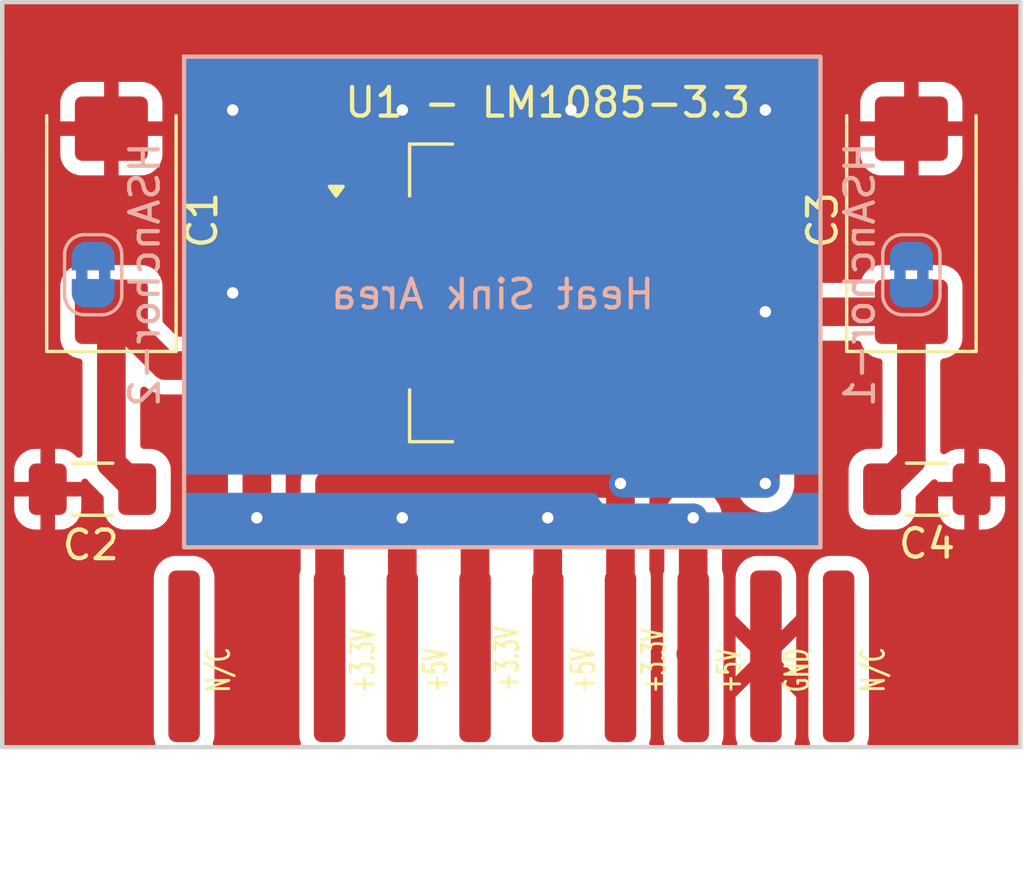
<source format=kicad_pcb>
(kicad_pcb (version 20240108) (generator "pcbnew") (generator_version "8.0")
  (layers (0 "F.Cu" signal) (31 "B.Cu" signal) (34 "B.Paste" user) (35 "F.Paste" user) (36 "B.SilkS" user "B.Silkscreen") (37 "F.SilkS" user "F.Silkscreen") (38 "B.Mask" user) (39 "F.Mask" user) (44 "Edge.Cuts" user))
  (net 0 "")
  (net 1 "+5V")
  (net 2 "GND")
  (net 3 "+3.3V")
  (footprint "Capacitor_Tantalum_SMD:CP_EIA-7343-31_Kemet-D_Pad2.25x2.55mm_HandSolder" (layer "F.Cu") (at 137.16 101.6 90)
    (property "Reference" "C1" (at 0 3.175 90) (layer "F.SilkS"))
    (property "Value" "CP1")
    (fp_line (start 3.65 -2.26) (end -4.585 -2.26) (stroke (width 0.12)) (layer "F.SilkS"))
    (fp_line (start -4.585 -2.26) (end -4.585 2.26) (stroke (width 0.12)) (layer "F.SilkS"))
    (fp_line (start -4.585 2.26) (end 3.65 2.26) (stroke (width 0.12)) (layer "F.SilkS"))
    (pad "1" smd roundrect (at -3.2 0 90) (size 2.25 2.55) (layers "F.Cu" "F.Paste" "F.Mask") (roundrect_rratio 0.111111) (net 1 "+5V"))
    (pad "2" smd roundrect (at 3.2 0 90) (size 2.25 2.55) (layers "F.Cu" "F.Paste" "F.Mask") (roundrect_rratio 0.111111) (net 2 "GND"))
  )
  (footprint "Capacitor_SMD:C_1206_3216Metric_Pad1.33x1.80mm_HandSolder" (layer "F.Cu") (at 136.5 111 180)
    (property "Reference" "C2" (at 0.059206 -1.953798 180) (layer "F.SilkS"))
    (property "Value" "C")
    (fp_line (start -0.711252 0.91) (end 0.711252 0.91) (stroke (width 0.12)) (layer "F.SilkS"))
    (fp_line (start -0.711252 -0.91) (end 0.711252 -0.91) (stroke (width 0.12)) (layer "F.SilkS"))
    (pad "1" smd roundrect (at -1.5625 0 180) (size 1.325 1.8) (layers "F.Cu" "F.Paste" "F.Mask") (roundrect_rratio 0.188679) (net 1 "+5V"))
    (pad "2" smd roundrect (at 1.5625 0 180) (size 1.325 1.8) (layers "F.Cu" "F.Paste" "F.Mask") (roundrect_rratio 0.188679) (net 2 "GND"))
  )
  (footprint "Capacitor_Tantalum_SMD:CP_EIA-7343-31_Kemet-D_Pad2.25x2.55mm_HandSolder" (layer "F.Cu") (at 165.1 101.6 90)
    (property "Reference" "C3" (at 0 -3.1 90) (layer "F.SilkS"))
    (property "Value" "CP1")
    (fp_line (start 3.65 -2.26) (end -4.585 -2.26) (stroke (width 0.12)) (layer "F.SilkS"))
    (fp_line (start -4.585 -2.26) (end -4.585 2.26) (stroke (width 0.12)) (layer "F.SilkS"))
    (fp_line (start -4.585 2.26) (end 3.65 2.26) (stroke (width 0.12)) (layer "F.SilkS"))
    (pad "1" smd roundrect (at -3.2 0 90) (size 2.25 2.55) (layers "F.Cu" "F.Paste" "F.Mask") (roundrect_rratio 0.111111) (net 3 "+3.3V"))
    (pad "2" smd roundrect (at 3.2 0 90) (size 2.25 2.55) (layers "F.Cu" "F.Paste" "F.Mask") (roundrect_rratio 0.111111) (net 2 "GND"))
  )
  (footprint "Capacitor_SMD:C_1206_3216Metric_Pad1.33x1.80mm_HandSolder" (layer "F.Cu") (at 165.64 111)
    (property "Reference" "C4" (at 0.001801 1.903321 0) (layer "F.SilkS"))
    (property "Value" "C")
    (fp_line (start -0.711252 -0.91) (end 0.711252 -0.91) (stroke (width 0.12)) (layer "F.SilkS"))
    (fp_line (start -0.711252 0.91) (end 0.711252 0.91) (stroke (width 0.12)) (layer "F.SilkS"))
    (pad "1" smd roundrect (at -1.5625 0) (size 1.325 1.8) (layers "F.Cu" "F.Paste" "F.Mask") (roundrect_rratio 0.188679) (net 3 "+3.3V"))
    (pad "2" smd roundrect (at 1.5625 0) (size 1.325 1.8) (layers "F.Cu" "F.Paste" "F.Mask") (roundrect_rratio 0.188679) (net 2 "GND"))
  )
  (footprint "Lacuna-VRM:VRM_Edge_Conn" (layer "F.Cu") (at 157.48 124.46)
    (property "Reference" "VRMEdgeConn" (hide yes))
    (property "Value" "VRM_Edge_Conn" (hide yes))
    (pad "VC1" smd roundrect (at -17.78 -7.62) (size 1.1 6) (layers "F.Cu" "F.Paste" "F.Mask"))
    (pad "VC2" smd roundrect (at -12.7 -7.62) (size 1.1 6) (layers "F.Cu" "F.Paste" "F.Mask") (net 3 "+3.3V"))
    (pad "VC3" smd roundrect (at -10.16 -7.62) (size 1.1 6) (layers "F.Cu" "F.Paste" "F.Mask") (net 1 "+5V"))
    (pad "VC4" smd roundrect (at -7.62 -7.62) (size 1.1 6) (layers "F.Cu" "F.Paste" "F.Mask") (net 3 "+3.3V"))
    (pad "VC5" smd roundrect (at -5.08 -7.62) (size 1.1 6) (layers "F.Cu" "F.Paste" "F.Mask") (net 1 "+5V"))
    (pad "VC6" smd roundrect (at -2.54 -7.62) (size 1.1 6) (layers "F.Cu" "F.Paste" "F.Mask") (net 3 "+3.3V"))
    (pad "VC7" smd roundrect (at 0 -7.62) (size 1.1 6) (layers "F.Cu" "F.Paste" "F.Mask") (net 1 "+5V"))
    (pad "VC8" smd roundrect (at 2.54 -7.62) (size 1.1 6) (layers "F.Cu" "F.Paste" "F.Mask") (net 2 "GND"))
    (pad "VC9" smd roundrect (at 5.08 -7.62) (size 1.1 6) (layers "F.Cu" "F.Paste" "F.Mask"))
  )
  (footprint "Package_TO_SOT_SMD:TO-263-3_TabPin2" (layer "F.Cu") (at 152.4 104.14)
    (property "Reference" "U1 - LM1085-3.3" (at 0 -6.65 0) (layer "F.SilkS"))
    (property "Value" "LM1085-3.3")
    (fp_line (start -4.825 -5.2) (end -4.825 -3.39) (stroke (width 0.12)) (layer "F.SilkS"))
    (fp_line (start -4.825 5.2) (end -4.825 3.39) (stroke (width 0.12)) (layer "F.SilkS"))
    (fp_line (start -3.325 -5.2) (end -4.825 -5.2) (stroke (width 0.12)) (layer "F.SilkS"))
    (fp_line (start -3.325 5.2) (end -4.825 5.2) (stroke (width 0.12)) (layer "F.SilkS"))
    (fp_poly (pts (xy -7.3875 -3.39) (xy -7.6275 -3.72) (xy -7.1475 -3.72) (xy -7.3875 -3.39)) (stroke (width 0.12)) (fill solid) (layer "F.SilkS"))
    (pad "1" smd roundrect (at -7.65 -2.54) (size 4.6 1.1) (layers "F.Cu" "F.Paste" "F.Mask") (roundrect_rratio 0.227273) (net 2 "GND"))
    (pad "2" smd roundrect (at -7.65 0) (size 4.6 1.1) (layers "F.Cu" "F.Paste" "F.Mask") (roundrect_rratio 0.227273) (net 3 "+3.3V"))
    (pad "2" smd roundrect (at -0.925 -2.775) (size 4.55 5.25) (layers "F.Cu" "F.Paste") (roundrect_rratio 0.054945) (net 3 "+3.3V"))
    (pad "2" smd roundrect (at -0.925 2.775) (size 4.55 5.25) (layers "F.Cu" "F.Paste") (roundrect_rratio 0.054945) (net 3 "+3.3V"))
    (pad "2" smd roundrect (at 1.5 0) (size 9.4 10.8) (layers "F.Cu" "F.Mask") (roundrect_rratio 0.026596) (net 3 "+3.3V"))
    (pad "2" smd roundrect (at 3.925 -2.775) (size 4.55 5.25) (layers "F.Cu" "F.Paste") (roundrect_rratio 0.054945) (net 3 "+3.3V"))
    (pad "2" smd roundrect (at 3.925 2.775) (size 4.55 5.25) (layers "F.Cu" "F.Paste") (roundrect_rratio 0.054945) (net 3 "+3.3V"))
    (pad "3" smd roundrect (at -7.65 2.54) (size 4.6 1.1) (layers "F.Cu" "F.Paste" "F.Mask") (roundrect_rratio 0.227273) (net 1 "+5V"))
  )
  (footprint "Jumper:SolderJumper-2_P1.3mm_Bridged2Bar_RoundedPad1.0x1.5mm" (layer "B.Cu") (at 165.1 103.505 -90)
    (property "Reference" "HSAnchor-1" (at 0 1.8 -90) (layer "B.SilkS") (effects (justify mirror)))
    (property "Value" "SolderJumper-2_P1.3mm_Bridged2Bar_RoundedPad1.0x1.5mm" (hide yes))
    (fp_poly (pts (xy -0.25 0.6) (xy 0.25 0.6) (xy 0.25 0.2) (xy -0.25 0.2)) (fill solid) (layer "B.Cu"))
    (fp_poly (pts (xy -0.25 -0.2) (xy 0.25 -0.2) (xy 0.25 -0.6) (xy -0.25 -0.6)) (fill solid) (layer "B.Cu"))
    (fp_line (start 0.7 1) (end -0.7 1) (stroke (width 0.12)) (layer "B.SilkS"))
    (fp_line (start -1.4 0.3) (end -1.4 -0.3) (stroke (width 0.12)) (layer "B.SilkS"))
    (fp_line (start 1.4 -0.3) (end 1.4 0.3) (stroke (width 0.12)) (layer "B.SilkS"))
    (fp_line (start -0.7 -1) (end 0.7 -1) (stroke (width 0.12)) (layer "B.SilkS"))
    (fp_arc (start -0.7 1) (mid -1.194975 0.794975) (end -1.4 0.3) (stroke (width 0.12)) (layer "B.SilkS"))
    (fp_arc (start 1.4 0.3) (mid 1.194975 0.794975) (end 0.7 1) (stroke (width 0.12)) (layer "B.SilkS"))
    (fp_arc (start -1.4 -0.3) (mid -1.194975 -0.794975) (end -0.7 -1) (stroke (width 0.12)) (layer "B.SilkS"))
    (fp_arc (start 0.7 -1) (mid 1.194975 -0.794975) (end 1.4 -0.3) (stroke (width 0.12)) (layer "B.SilkS"))
    (pad "1" smd custom (at -0.65 0 270) (size 1 0.5) (layers "B.Cu" "B.Mask") (options (clearance outline) (anchor rect)) (primitives (gr_circle (center 0 -0.25) (end 0.5 -0.25) (width 0) (fill yes)) (gr_circle (center 0 0.25) (end 0.5 0.25) (width 0) (fill yes)) (gr_poly (pts (xy 0.5 -0.75) (xy 0 -0.75) (xy 0 0.75) (xy 0.5 0.75)) (width 0) (fill yes))))
    (pad "2" smd custom (at 0.65 0 270) (size 1 0.5) (layers "B.Cu" "B.Mask") (options (clearance outline) (anchor rect)) (primitives (gr_circle (center 0 -0.25) (end 0.5 -0.25) (width 0) (fill yes)) (gr_circle (center 0 0.25) (end 0.5 0.25) (width 0) (fill yes)) (gr_poly (pts (xy 0 -0.75) (xy -0.5 -0.75) (xy -0.5 0.75) (xy 0 0.75)) (width 0) (fill yes))))
  )
  (footprint "Jumper:SolderJumper-2_P1.3mm_Bridged2Bar_RoundedPad1.0x1.5mm" (layer "B.Cu") (at 136.525 103.505 90)
    (property "Reference" "HSAnchor-2" (at 0 1.8 90) (layer "B.SilkS") (effects (justify mirror)))
    (property "Value" "SolderJumper-2_P1.3mm_Bridged2Bar_RoundedPad1.0x1.5mm" (hide yes))
    (fp_poly (pts (xy -0.25 -0.2) (xy 0.25 -0.2) (xy 0.25 -0.6) (xy -0.25 -0.6)) (fill solid) (layer "B.Cu"))
    (fp_poly (pts (xy -0.25 0.6) (xy 0.25 0.6) (xy 0.25 0.2) (xy -0.25 0.2)) (fill solid) (layer "B.Cu"))
    (fp_line (start -0.7 -1) (end 0.7 -1) (stroke (width 0.12)) (layer "B.SilkS"))
    (fp_line (start 1.4 -0.3) (end 1.4 0.3) (stroke (width 0.12)) (layer "B.SilkS"))
    (fp_line (start -1.4 0.3) (end -1.4 -0.3) (stroke (width 0.12)) (layer "B.SilkS"))
    (fp_line (start 0.7 1) (end -0.7 1) (stroke (width 0.12)) (layer "B.SilkS"))
    (fp_arc (start 0.7 -1) (mid 1.194975 -0.794975) (end 1.4 -0.3) (stroke (width 0.12)) (layer "B.SilkS"))
    (fp_arc (start -1.4 -0.3) (mid -1.194975 -0.794975) (end -0.7 -1) (stroke (width 0.12)) (layer "B.SilkS"))
    (fp_arc (start 1.4 0.3) (mid 1.194975 0.794975) (end 0.7 1) (stroke (width 0.12)) (layer "B.SilkS"))
    (fp_arc (start -0.7 1) (mid -1.194975 0.794975) (end -1.4 0.3) (stroke (width 0.12)) (layer "B.SilkS"))
    (pad "1" smd custom (at -0.65 0 90) (size 1 0.5) (layers "B.Cu" "B.Mask") (options (clearance outline) (anchor rect)) (primitives (gr_circle (center 0 -0.25) (end 0.5 -0.25) (width 0) (fill yes)) (gr_circle (center 0 0.25) (end 0.5 0.25) (width 0) (fill yes)) (gr_poly (pts (xy 0.5 -0.75) (xy 0 -0.75) (xy 0 0.75) (xy 0.5 0.75)) (width 0) (fill yes))))
    (pad "2" smd custom (at 0.65 0 90) (size 1 0.5) (layers "B.Cu" "B.Mask") (options (clearance outline) (anchor rect)) (primitives (gr_circle (center 0 -0.25) (end 0.5 -0.25) (width 0) (fill yes)) (gr_circle (center 0 0.25) (end 0.5 0.25) (width 0) (fill yes)) (gr_poly (pts (xy 0 -0.75) (xy -0.5 -0.75) (xy -0.5 0.75) (xy 0 0.75)) (width 0) (fill yes))))
  )
  (gr_rect (start 139.7 95.885) (end 161.925 113.03) (stroke (width 0.15)) (fill none) (layer "B.SilkS"))
  (gr_line (start 133.350489 120.015) (end 133.349511 93.98) (stroke (width 0.15)) (layer "Edge.Cuts"))
  (gr_line (start 168.909511 93.98) (end 168.909755 120.015) (stroke (width 0.15)) (layer "Edge.Cuts"))
  (gr_line (start 168.909755 120.015) (end 133.350489 120.015) (stroke (width 0.15)) (layer "Edge.Cuts"))
  (gr_line (start 133.349511 93.98) (end 168.909511 93.98) (stroke (width 0.15)) (layer "Edge.Cuts"))
  (gr_text "Heat Sink Area" (at 156.21 104.775 0) (layer "B.SilkS") (effects (font (size 1 1)) (justify left bottom mirror)))
  (gr_text "+5V" (at 154.107782 118.15294 90) (layer "F.SilkS") (effects (font (size 0.8 0.5) (thickness 0.1)) (justify left bottom)))
  (gr_text "+3.3V" (at 146.410023 118.178179 90) (layer "F.SilkS") (effects (font (size 0.8 0.5) (thickness 0.1)) (justify left bottom)))
  (gr_text "+5V" (at 148.959117 118.15294 90) (layer "F.SilkS") (effects (font (size 0.8 0.5) (thickness 0.1)) (justify left bottom)))
  (gr_text "GND" (at 161.578394 118.15294 90) (layer "F.SilkS") (effects (font (size 0.8 0.5) (thickness 0.1)) (justify left bottom)))
  (gr_text "N/C" (at 141.362312 118.15294 90) (layer "F.SilkS") (effects (font (size 0.8 0.5) (thickness 0.1)) (justify left bottom)))
  (gr_text "+3.3V" (at 156.58116 118.178179 90) (layer "F.SilkS") (effects (font (size 0.8 0.5) (thickness 0.1)) (justify left bottom)))
  (gr_text "+5V" (at 159.20597 118.178179 90) (layer "F.SilkS") (effects (font (size 0.8 0.5) (thickness 0.1)) (justify left bottom)))
  (gr_text "+3.3V" (at 151.4475 118.11 90) (layer "F.SilkS") (effects (font (size 0.8 0.5) (thickness 0.1)) (justify left bottom)))
  (gr_text "N/C" (at 164.228442 118.15294 90) (layer "F.SilkS") (effects (font (size 0.8 0.5) (thickness 0.1)) (justify left bottom)))
  (segment (start 137.16 110.0975) (end 138.0625 111) (width 1) (layer "F.Cu") (net 1))
  (segment (start 139.04 106.68) (end 137.16 104.8) (width 1) (layer "F.Cu") (net 1))
  (segment (start 137.16 104.8) (end 137.16 110.0975) (width 1) (layer "F.Cu") (net 1))
  (segment (start 144.75 106.68) (end 142.24 106.68) (width 1) (layer "F.Cu") (net 1))
  (segment (start 157.48 116.84) (end 157.48 112) (width 1) (layer "F.Cu") (net 1))
  (segment (start 152.4 116.84) (end 152.4 112) (width 1) (layer "F.Cu") (net 1))
  (segment (start 142.24 106.68) (end 142.24 112) (width 1) (layer "F.Cu") (net 1))
  (segment (start 142.24 106.68) (end 139.04 106.68) (width 1) (layer "F.Cu") (net 1))
  (segment (start 157.395456 116.755456) (end 157.48 116.84) (width 1) (layer "F.Cu") (net 1))
  (segment (start 147.32 116.84) (end 147.32 112) (width 1) (layer "F.Cu") (net 1))
  (via (at 142.24 112) (size 0.6) (drill 0.4) (layers "F.Cu" "B.Cu") (net 1))
  (via (at 147.32 112) (size 0.6) (drill 0.4) (layers "F.Cu" "B.Cu") (net 1))
  (via (at 152.4 112) (size 0.6) (drill 0.4) (layers "F.Cu" "B.Cu") (net 1))
  (via (at 157.48 112) (size 0.6) (drill 0.4) (layers "F.Cu" "B.Cu") (net 1))
  (segment (start 157.48 112) (end 152.4 112) (width 1) (layer "B.Cu") (net 1))
  (segment (start 147.32 112) (end 142.24 112) (width 1) (layer "B.Cu") (net 1))
  (segment (start 152.4 112) (end 147.32 112) (width 1) (layer "B.Cu") (net 1))
  (segment (start 165.1 104.8) (end 165.1 109.9775) (width 1) (layer "F.Cu") (net 3))
  (segment (start 149.86 110.8) (end 144.78 110.8) (width 1) (layer "F.Cu") (net 3))
  (segment (start 144.78 110.8) (end 144.78 116.84) (width 1) (layer "F.Cu") (net 3))
  (segment (start 160.071486 104.8) (end 165.1 104.8) (width 1) (layer "F.Cu") (net 3))
  (segment (start 155.040626 110.793535) (end 156.325 109.378337) (width 1) (layer "F.Cu") (net 3))
  (segment (start 156.325 109.378337) (end 156.325 106.915) (width 1) (layer "F.Cu") (net 3))
  (segment (start 154.94 110.8) (end 154.94 116.8) (width 1) (layer "F.Cu") (net 3))
  (segment (start 165.1 109.9775) (end 164.0775 111) (width 1) (layer "F.Cu") (net 3))
  (segment (start 147.32 97.75) (end 141.397434 97.75) (width 1) (layer "F.Cu") (net 3))
  (segment (start 154.94 110.8) (end 149.86 110.8) (width 1) (layer "F.Cu") (net 3))
  (segment (start 153.209907 97.75) (end 159.960421 97.75) (width 1) (layer "F.Cu") (net 3))
  (segment (start 149.86 110.8) (end 149.86 116.84) (width 1) (layer "F.Cu") (net 3))
  (segment (start 141.397434 104.14) (end 144.75 104.14) (width 1) (layer "F.Cu") (net 3))
  (segment (start 160 104.8) (end 160 110.8) (width 1) (layer "F.Cu") (net 3))
  (via (at 160 104.8) (size 0.6) (drill 0.4) (layers "F.Cu" "B.Cu") (net 3))
  (via (at 154.94 110.8) (size 0.6) (drill 0.4) (layers "F.Cu" "B.Cu") (net 3))
  (via (at 160 97.75) (size 0.6) (drill 0.4) (layers "F.Cu" "B.Cu") (net 3))
  (via (at 160 110.8) (size 0.6) (drill 0.4) (layers "F.Cu" "B.Cu") (net 3))
  (via (at 141.397434 97.75) (size 0.6) (drill 0.4) (layers "F.Cu" "B.Cu") (net 3))
  (via (at 147.32 97.75) (size 0.6) (drill 0.4) (layers "F.Cu" "B.Cu") (net 3))
  (via (at 141.397434 104.14) (size 0.6) (drill 0.4) (layers "F.Cu" "B.Cu") (net 3))
  (via (at 153.209907 97.75) (size 0.6) (drill 0.4) (layers "F.Cu" "B.Cu") (net 3))
  (segment (start 147.32 97.75) (end 153.179217 97.75) (width 1) (layer "B.Cu") (net 3))
  (segment (start 141.397434 104.14) (end 141.397434 97.748652) (width 1) (layer "B.Cu") (net 3))
  (segment (start 160 104.688935) (end 160 97.779342) (width 1) (layer "B.Cu") (net 3))
  (segment (start 155.040626 110.8) (end 160 110.8) (width 1) (layer "B.Cu") (net 3))
  (zone (net 2) (net_name "GND") (layer "F.Cu") (connect_pads (clearance 0.508)) (min_thickness 0.254) (fill yes (thermal_gap 0.508) (thermal_bridge_width 0.508))
    (polygon (pts (xy 168.91 120.015) (xy 133.35 120.015) (xy 133.27 94) (xy 168.91 94)))
  )
  (zone (net 1) (net_name "+5V") (layer "B.Cu") (priority 2) (connect_pads (clearance 0.508)) (min_thickness 0.25) (fill yes (thermal_gap 0.5) (thermal_bridge_width 0.5))
    (polygon (pts (xy 139.7 111.125) (xy 161.925 111.125) (xy 161.925 113.03) (xy 139.7 113.03)))
  )
  (zone (net 3) (net_name "+3.3V") (layer "B.Cu") (priority 1) (connect_pads (clearance 0.508)) (min_thickness 0.25) (fill yes (thermal_gap 0.5) (thermal_bridge_width 0.5) (island_removal_mode 1) (island_area_min 10))
    (polygon (pts (xy 139.7 95.885) (xy 161.925 95.885) (xy 161.925 110.49) (xy 139.7 110.49)))
  )
)
</source>
